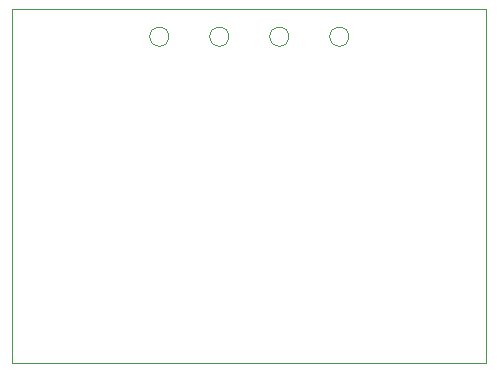
<source format=gbr>
G75*
G70*
%OFA0B0*%
%FSLAX24Y24*%
%IPPOS*%
%LPD*%
%AMOC8*
5,1,8,0,0,1.08239X$1,22.5*
%
%ADD10C,0.0000*%
D10*
X000780Y000780D02*
X000780Y012580D01*
X016579Y012580D01*
X016579Y000780D01*
X000780Y000780D01*
X005365Y011680D02*
X005367Y011715D01*
X005373Y011750D01*
X005383Y011784D01*
X005396Y011817D01*
X005413Y011848D01*
X005434Y011876D01*
X005457Y011903D01*
X005484Y011926D01*
X005512Y011947D01*
X005543Y011964D01*
X005576Y011977D01*
X005610Y011987D01*
X005645Y011993D01*
X005680Y011995D01*
X005715Y011993D01*
X005750Y011987D01*
X005784Y011977D01*
X005817Y011964D01*
X005848Y011947D01*
X005876Y011926D01*
X005903Y011903D01*
X005926Y011876D01*
X005947Y011848D01*
X005964Y011817D01*
X005977Y011784D01*
X005987Y011750D01*
X005993Y011715D01*
X005995Y011680D01*
X005993Y011645D01*
X005987Y011610D01*
X005977Y011576D01*
X005964Y011543D01*
X005947Y011512D01*
X005926Y011484D01*
X005903Y011457D01*
X005876Y011434D01*
X005848Y011413D01*
X005817Y011396D01*
X005784Y011383D01*
X005750Y011373D01*
X005715Y011367D01*
X005680Y011365D01*
X005645Y011367D01*
X005610Y011373D01*
X005576Y011383D01*
X005543Y011396D01*
X005512Y011413D01*
X005484Y011434D01*
X005457Y011457D01*
X005434Y011484D01*
X005413Y011512D01*
X005396Y011543D01*
X005383Y011576D01*
X005373Y011610D01*
X005367Y011645D01*
X005365Y011680D01*
X007365Y011680D02*
X007367Y011715D01*
X007373Y011750D01*
X007383Y011784D01*
X007396Y011817D01*
X007413Y011848D01*
X007434Y011876D01*
X007457Y011903D01*
X007484Y011926D01*
X007512Y011947D01*
X007543Y011964D01*
X007576Y011977D01*
X007610Y011987D01*
X007645Y011993D01*
X007680Y011995D01*
X007715Y011993D01*
X007750Y011987D01*
X007784Y011977D01*
X007817Y011964D01*
X007848Y011947D01*
X007876Y011926D01*
X007903Y011903D01*
X007926Y011876D01*
X007947Y011848D01*
X007964Y011817D01*
X007977Y011784D01*
X007987Y011750D01*
X007993Y011715D01*
X007995Y011680D01*
X007993Y011645D01*
X007987Y011610D01*
X007977Y011576D01*
X007964Y011543D01*
X007947Y011512D01*
X007926Y011484D01*
X007903Y011457D01*
X007876Y011434D01*
X007848Y011413D01*
X007817Y011396D01*
X007784Y011383D01*
X007750Y011373D01*
X007715Y011367D01*
X007680Y011365D01*
X007645Y011367D01*
X007610Y011373D01*
X007576Y011383D01*
X007543Y011396D01*
X007512Y011413D01*
X007484Y011434D01*
X007457Y011457D01*
X007434Y011484D01*
X007413Y011512D01*
X007396Y011543D01*
X007383Y011576D01*
X007373Y011610D01*
X007367Y011645D01*
X007365Y011680D01*
X009365Y011680D02*
X009367Y011715D01*
X009373Y011750D01*
X009383Y011784D01*
X009396Y011817D01*
X009413Y011848D01*
X009434Y011876D01*
X009457Y011903D01*
X009484Y011926D01*
X009512Y011947D01*
X009543Y011964D01*
X009576Y011977D01*
X009610Y011987D01*
X009645Y011993D01*
X009680Y011995D01*
X009715Y011993D01*
X009750Y011987D01*
X009784Y011977D01*
X009817Y011964D01*
X009848Y011947D01*
X009876Y011926D01*
X009903Y011903D01*
X009926Y011876D01*
X009947Y011848D01*
X009964Y011817D01*
X009977Y011784D01*
X009987Y011750D01*
X009993Y011715D01*
X009995Y011680D01*
X009993Y011645D01*
X009987Y011610D01*
X009977Y011576D01*
X009964Y011543D01*
X009947Y011512D01*
X009926Y011484D01*
X009903Y011457D01*
X009876Y011434D01*
X009848Y011413D01*
X009817Y011396D01*
X009784Y011383D01*
X009750Y011373D01*
X009715Y011367D01*
X009680Y011365D01*
X009645Y011367D01*
X009610Y011373D01*
X009576Y011383D01*
X009543Y011396D01*
X009512Y011413D01*
X009484Y011434D01*
X009457Y011457D01*
X009434Y011484D01*
X009413Y011512D01*
X009396Y011543D01*
X009383Y011576D01*
X009373Y011610D01*
X009367Y011645D01*
X009365Y011680D01*
X011365Y011680D02*
X011367Y011715D01*
X011373Y011750D01*
X011383Y011784D01*
X011396Y011817D01*
X011413Y011848D01*
X011434Y011876D01*
X011457Y011903D01*
X011484Y011926D01*
X011512Y011947D01*
X011543Y011964D01*
X011576Y011977D01*
X011610Y011987D01*
X011645Y011993D01*
X011680Y011995D01*
X011715Y011993D01*
X011750Y011987D01*
X011784Y011977D01*
X011817Y011964D01*
X011848Y011947D01*
X011876Y011926D01*
X011903Y011903D01*
X011926Y011876D01*
X011947Y011848D01*
X011964Y011817D01*
X011977Y011784D01*
X011987Y011750D01*
X011993Y011715D01*
X011995Y011680D01*
X011993Y011645D01*
X011987Y011610D01*
X011977Y011576D01*
X011964Y011543D01*
X011947Y011512D01*
X011926Y011484D01*
X011903Y011457D01*
X011876Y011434D01*
X011848Y011413D01*
X011817Y011396D01*
X011784Y011383D01*
X011750Y011373D01*
X011715Y011367D01*
X011680Y011365D01*
X011645Y011367D01*
X011610Y011373D01*
X011576Y011383D01*
X011543Y011396D01*
X011512Y011413D01*
X011484Y011434D01*
X011457Y011457D01*
X011434Y011484D01*
X011413Y011512D01*
X011396Y011543D01*
X011383Y011576D01*
X011373Y011610D01*
X011367Y011645D01*
X011365Y011680D01*
M02*

</source>
